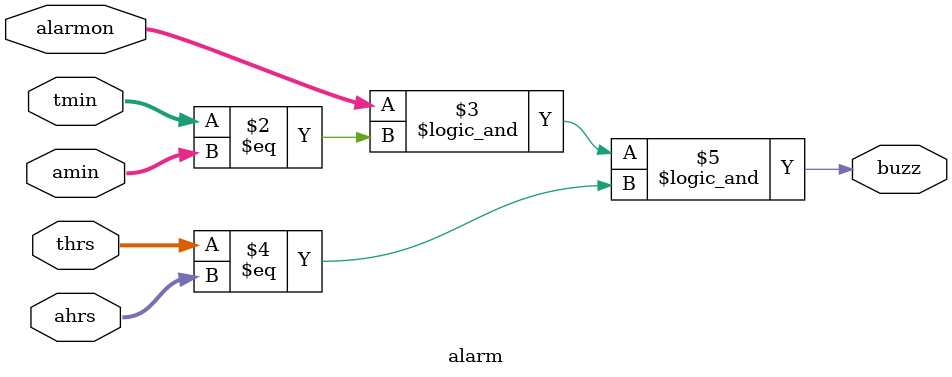
<source format=sv>
module alarm(
  input[6:0]   tmin,
               amin,
			   thrs,
			   ahrs,
			   alarmon,						 
  output logic buzz
);

  always_comb
    buzz = (alarmon) && (tmin==amin) && (thrs==ahrs);

endmodule
</source>
